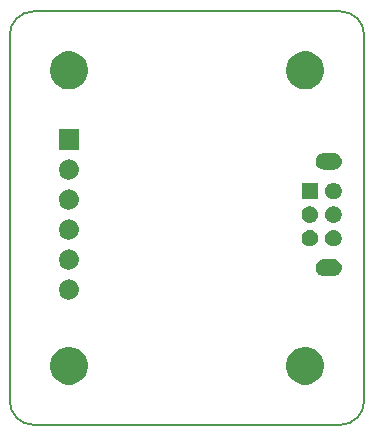
<source format=gbr>
G04 #@! TF.GenerationSoftware,KiCad,Pcbnew,5.0.2-bee76a0~70~ubuntu18.10.1*
G04 #@! TF.CreationDate,2019-01-14T00:12:33+02:00*
G04 #@! TF.ProjectId,GB-BRK-LINK-B,47422d42-524b-42d4-9c49-4e4b2d422e6b,v1.0*
G04 #@! TF.SameCoordinates,Original*
G04 #@! TF.FileFunction,Soldermask,Top*
G04 #@! TF.FilePolarity,Negative*
%FSLAX46Y46*%
G04 Gerber Fmt 4.6, Leading zero omitted, Abs format (unit mm)*
G04 Created by KiCad (PCBNEW 5.0.2-bee76a0~70~ubuntu18.10.1) date ma 14. tammikuuta 2019 00.12.33*
%MOMM*%
%LPD*%
G01*
G04 APERTURE LIST*
%ADD10C,0.150000*%
%ADD11C,0.100000*%
G04 APERTURE END LIST*
D10*
X52000000Y-85000000D02*
G75*
G02X50000000Y-83000000I0J2000000D01*
G01*
X80000000Y-83000000D02*
G75*
G02X78000000Y-85000000I-2000000J0D01*
G01*
X78000000Y-50000000D02*
G75*
G02X80000000Y-52000000I0J-2000000D01*
G01*
X50000000Y-52000000D02*
G75*
G02X52000000Y-50000000I2000000J0D01*
G01*
X52000000Y-85000000D02*
X78000000Y-85000000D01*
X80000000Y-52000000D02*
X80000000Y-83000000D01*
X52000000Y-50000000D02*
X78000000Y-50000000D01*
X50000000Y-52000000D02*
X50000000Y-83000000D01*
D11*
G36*
X75466703Y-78461487D02*
X75466705Y-78461488D01*
X75466706Y-78461488D01*
X75757884Y-78582098D01*
X76019939Y-78757197D01*
X76242803Y-78980061D01*
X76417902Y-79242116D01*
X76538512Y-79533294D01*
X76600000Y-79842416D01*
X76600000Y-80157584D01*
X76538512Y-80466706D01*
X76417902Y-80757884D01*
X76242803Y-81019939D01*
X76019939Y-81242803D01*
X75757884Y-81417902D01*
X75466706Y-81538512D01*
X75466705Y-81538512D01*
X75466703Y-81538513D01*
X75157586Y-81600000D01*
X74842414Y-81600000D01*
X74533297Y-81538513D01*
X74533295Y-81538512D01*
X74533294Y-81538512D01*
X74242116Y-81417902D01*
X73980061Y-81242803D01*
X73757197Y-81019939D01*
X73582098Y-80757884D01*
X73461488Y-80466706D01*
X73400000Y-80157584D01*
X73400000Y-79842416D01*
X73461488Y-79533294D01*
X73582098Y-79242116D01*
X73757197Y-78980061D01*
X73980061Y-78757197D01*
X74242116Y-78582098D01*
X74533294Y-78461488D01*
X74533295Y-78461488D01*
X74533297Y-78461487D01*
X74842414Y-78400000D01*
X75157586Y-78400000D01*
X75466703Y-78461487D01*
X75466703Y-78461487D01*
G37*
G36*
X55466703Y-78461487D02*
X55466705Y-78461488D01*
X55466706Y-78461488D01*
X55757884Y-78582098D01*
X56019939Y-78757197D01*
X56242803Y-78980061D01*
X56417902Y-79242116D01*
X56538512Y-79533294D01*
X56600000Y-79842416D01*
X56600000Y-80157584D01*
X56538512Y-80466706D01*
X56417902Y-80757884D01*
X56242803Y-81019939D01*
X56019939Y-81242803D01*
X55757884Y-81417902D01*
X55466706Y-81538512D01*
X55466705Y-81538512D01*
X55466703Y-81538513D01*
X55157586Y-81600000D01*
X54842414Y-81600000D01*
X54533297Y-81538513D01*
X54533295Y-81538512D01*
X54533294Y-81538512D01*
X54242116Y-81417902D01*
X53980061Y-81242803D01*
X53757197Y-81019939D01*
X53582098Y-80757884D01*
X53461488Y-80466706D01*
X53400000Y-80157584D01*
X53400000Y-79842416D01*
X53461488Y-79533294D01*
X53582098Y-79242116D01*
X53757197Y-78980061D01*
X53980061Y-78757197D01*
X54242116Y-78582098D01*
X54533294Y-78461488D01*
X54533295Y-78461488D01*
X54533297Y-78461487D01*
X54842414Y-78400000D01*
X55157586Y-78400000D01*
X55466703Y-78461487D01*
X55466703Y-78461487D01*
G37*
G36*
X55166627Y-72712299D02*
X55257088Y-72739740D01*
X55326855Y-72760903D01*
X55380712Y-72789691D01*
X55474517Y-72839830D01*
X55603948Y-72946052D01*
X55710170Y-73075483D01*
X55760309Y-73169288D01*
X55789097Y-73223145D01*
X55789097Y-73223146D01*
X55837701Y-73383373D01*
X55854113Y-73550000D01*
X55837701Y-73716627D01*
X55837700Y-73716629D01*
X55789097Y-73876855D01*
X55760309Y-73930712D01*
X55710170Y-74024517D01*
X55603948Y-74153948D01*
X55474517Y-74260170D01*
X55380712Y-74310309D01*
X55326855Y-74339097D01*
X55257088Y-74360260D01*
X55166627Y-74387701D01*
X55041757Y-74400000D01*
X54958243Y-74400000D01*
X54833373Y-74387701D01*
X54742912Y-74360260D01*
X54673145Y-74339097D01*
X54619288Y-74310309D01*
X54525483Y-74260170D01*
X54396052Y-74153948D01*
X54289830Y-74024517D01*
X54239691Y-73930712D01*
X54210903Y-73876855D01*
X54162300Y-73716629D01*
X54162299Y-73716627D01*
X54145887Y-73550000D01*
X54162299Y-73383373D01*
X54210903Y-73223146D01*
X54210903Y-73223145D01*
X54239691Y-73169288D01*
X54289830Y-73075483D01*
X54396052Y-72946052D01*
X54525483Y-72839830D01*
X54619288Y-72789691D01*
X54673145Y-72760903D01*
X54742912Y-72739740D01*
X54833373Y-72712299D01*
X54958243Y-72700000D01*
X55041757Y-72700000D01*
X55166627Y-72712299D01*
X55166627Y-72712299D01*
G37*
G36*
X77537224Y-71010128D02*
X77669175Y-71050155D01*
X77790781Y-71115155D01*
X77897370Y-71202630D01*
X77984845Y-71309219D01*
X78049845Y-71430825D01*
X78089872Y-71562776D01*
X78103387Y-71700000D01*
X78089872Y-71837224D01*
X78049845Y-71969175D01*
X77984845Y-72090781D01*
X77897370Y-72197370D01*
X77790781Y-72284845D01*
X77669175Y-72349845D01*
X77537224Y-72389872D01*
X77434390Y-72400000D01*
X76565610Y-72400000D01*
X76462776Y-72389872D01*
X76330825Y-72349845D01*
X76209219Y-72284845D01*
X76102630Y-72197370D01*
X76015155Y-72090781D01*
X75950155Y-71969175D01*
X75910128Y-71837224D01*
X75896613Y-71700000D01*
X75910128Y-71562776D01*
X75950155Y-71430825D01*
X76015155Y-71309219D01*
X76102630Y-71202630D01*
X76209219Y-71115155D01*
X76330825Y-71050155D01*
X76462776Y-71010128D01*
X76565610Y-71000000D01*
X77434390Y-71000000D01*
X77537224Y-71010128D01*
X77537224Y-71010128D01*
G37*
G36*
X55166627Y-70172299D02*
X55257088Y-70199740D01*
X55326855Y-70220903D01*
X55380712Y-70249691D01*
X55474517Y-70299830D01*
X55603948Y-70406052D01*
X55710170Y-70535483D01*
X55760309Y-70629288D01*
X55789097Y-70683145D01*
X55789097Y-70683146D01*
X55837701Y-70843373D01*
X55854113Y-71010000D01*
X55837701Y-71176627D01*
X55837700Y-71176629D01*
X55789097Y-71336855D01*
X55760309Y-71390712D01*
X55710170Y-71484517D01*
X55603948Y-71613948D01*
X55474517Y-71720170D01*
X55380712Y-71770309D01*
X55326855Y-71799097D01*
X55257088Y-71820260D01*
X55166627Y-71847701D01*
X55041757Y-71860000D01*
X54958243Y-71860000D01*
X54833373Y-71847701D01*
X54742912Y-71820260D01*
X54673145Y-71799097D01*
X54619288Y-71770309D01*
X54525483Y-71720170D01*
X54396052Y-71613948D01*
X54289830Y-71484517D01*
X54239691Y-71390712D01*
X54210903Y-71336855D01*
X54162300Y-71176629D01*
X54162299Y-71176627D01*
X54145887Y-71010000D01*
X54162299Y-70843373D01*
X54210903Y-70683146D01*
X54210903Y-70683145D01*
X54239691Y-70629288D01*
X54289830Y-70535483D01*
X54396052Y-70406052D01*
X54525483Y-70299830D01*
X54619288Y-70249691D01*
X54673145Y-70220903D01*
X54742912Y-70199740D01*
X54833373Y-70172299D01*
X54958243Y-70160000D01*
X55041757Y-70160000D01*
X55166627Y-70172299D01*
X55166627Y-70172299D01*
G37*
G36*
X77523039Y-68510760D02*
X77604185Y-68526901D01*
X77731574Y-68579668D01*
X77846224Y-68656274D01*
X77943726Y-68753776D01*
X77972510Y-68796855D01*
X78020332Y-68868426D01*
X78073099Y-68995815D01*
X78100000Y-69131058D01*
X78100000Y-69268942D01*
X78073099Y-69404185D01*
X78020332Y-69531574D01*
X77943726Y-69646224D01*
X77846224Y-69743726D01*
X77731574Y-69820332D01*
X77604185Y-69873099D01*
X77523039Y-69889240D01*
X77468944Y-69900000D01*
X77331056Y-69900000D01*
X77276961Y-69889240D01*
X77195815Y-69873099D01*
X77068426Y-69820332D01*
X76953776Y-69743726D01*
X76856274Y-69646224D01*
X76779668Y-69531574D01*
X76726901Y-69404185D01*
X76700000Y-69268942D01*
X76700000Y-69131058D01*
X76726901Y-68995815D01*
X76779668Y-68868426D01*
X76827490Y-68796855D01*
X76856274Y-68753776D01*
X76953776Y-68656274D01*
X77068426Y-68579668D01*
X77195815Y-68526901D01*
X77276961Y-68510760D01*
X77331056Y-68500000D01*
X77468944Y-68500000D01*
X77523039Y-68510760D01*
X77523039Y-68510760D01*
G37*
G36*
X75523039Y-68510760D02*
X75604185Y-68526901D01*
X75731574Y-68579668D01*
X75846224Y-68656274D01*
X75943726Y-68753776D01*
X75972510Y-68796855D01*
X76020332Y-68868426D01*
X76073099Y-68995815D01*
X76100000Y-69131058D01*
X76100000Y-69268942D01*
X76073099Y-69404185D01*
X76020332Y-69531574D01*
X75943726Y-69646224D01*
X75846224Y-69743726D01*
X75731574Y-69820332D01*
X75604185Y-69873099D01*
X75523039Y-69889240D01*
X75468944Y-69900000D01*
X75331056Y-69900000D01*
X75276961Y-69889240D01*
X75195815Y-69873099D01*
X75068426Y-69820332D01*
X74953776Y-69743726D01*
X74856274Y-69646224D01*
X74779668Y-69531574D01*
X74726901Y-69404185D01*
X74700000Y-69268942D01*
X74700000Y-69131058D01*
X74726901Y-68995815D01*
X74779668Y-68868426D01*
X74827490Y-68796855D01*
X74856274Y-68753776D01*
X74953776Y-68656274D01*
X75068426Y-68579668D01*
X75195815Y-68526901D01*
X75276961Y-68510760D01*
X75331056Y-68500000D01*
X75468944Y-68500000D01*
X75523039Y-68510760D01*
X75523039Y-68510760D01*
G37*
G36*
X55166627Y-67632299D02*
X55257088Y-67659740D01*
X55326855Y-67680903D01*
X55380712Y-67709691D01*
X55474517Y-67759830D01*
X55603948Y-67866052D01*
X55710170Y-67995483D01*
X55760309Y-68089288D01*
X55789097Y-68143145D01*
X55789097Y-68143146D01*
X55837701Y-68303373D01*
X55854113Y-68470000D01*
X55837701Y-68636627D01*
X55837700Y-68636629D01*
X55789097Y-68796855D01*
X55760309Y-68850712D01*
X55710170Y-68944517D01*
X55603948Y-69073948D01*
X55474517Y-69180170D01*
X55380712Y-69230309D01*
X55326855Y-69259097D01*
X55294393Y-69268944D01*
X55166627Y-69307701D01*
X55041757Y-69320000D01*
X54958243Y-69320000D01*
X54833373Y-69307701D01*
X54705607Y-69268944D01*
X54673145Y-69259097D01*
X54619288Y-69230309D01*
X54525483Y-69180170D01*
X54396052Y-69073948D01*
X54289830Y-68944517D01*
X54239691Y-68850712D01*
X54210903Y-68796855D01*
X54162300Y-68636629D01*
X54162299Y-68636627D01*
X54145887Y-68470000D01*
X54162299Y-68303373D01*
X54210903Y-68143146D01*
X54210903Y-68143145D01*
X54239691Y-68089288D01*
X54289830Y-67995483D01*
X54396052Y-67866052D01*
X54525483Y-67759830D01*
X54619288Y-67709691D01*
X54673145Y-67680903D01*
X54742912Y-67659740D01*
X54833373Y-67632299D01*
X54958243Y-67620000D01*
X55041757Y-67620000D01*
X55166627Y-67632299D01*
X55166627Y-67632299D01*
G37*
G36*
X75523039Y-66510760D02*
X75604185Y-66526901D01*
X75731574Y-66579668D01*
X75846224Y-66656274D01*
X75943726Y-66753776D01*
X75953030Y-66767701D01*
X76020332Y-66868426D01*
X76073099Y-66995815D01*
X76100000Y-67131058D01*
X76100000Y-67268942D01*
X76073099Y-67404185D01*
X76020332Y-67531574D01*
X75943726Y-67646224D01*
X75846224Y-67743726D01*
X75822122Y-67759830D01*
X75731574Y-67820332D01*
X75604185Y-67873099D01*
X75523039Y-67889240D01*
X75468944Y-67900000D01*
X75331056Y-67900000D01*
X75276961Y-67889240D01*
X75195815Y-67873099D01*
X75068426Y-67820332D01*
X74977878Y-67759830D01*
X74953776Y-67743726D01*
X74856274Y-67646224D01*
X74779668Y-67531574D01*
X74726901Y-67404185D01*
X74700000Y-67268942D01*
X74700000Y-67131058D01*
X74726901Y-66995815D01*
X74779668Y-66868426D01*
X74846970Y-66767701D01*
X74856274Y-66753776D01*
X74953776Y-66656274D01*
X75068426Y-66579668D01*
X75195815Y-66526901D01*
X75276961Y-66510760D01*
X75331056Y-66500000D01*
X75468944Y-66500000D01*
X75523039Y-66510760D01*
X75523039Y-66510760D01*
G37*
G36*
X77523039Y-66510760D02*
X77604185Y-66526901D01*
X77731574Y-66579668D01*
X77846224Y-66656274D01*
X77943726Y-66753776D01*
X77953030Y-66767701D01*
X78020332Y-66868426D01*
X78073099Y-66995815D01*
X78100000Y-67131058D01*
X78100000Y-67268942D01*
X78073099Y-67404185D01*
X78020332Y-67531574D01*
X77943726Y-67646224D01*
X77846224Y-67743726D01*
X77822122Y-67759830D01*
X77731574Y-67820332D01*
X77604185Y-67873099D01*
X77523039Y-67889240D01*
X77468944Y-67900000D01*
X77331056Y-67900000D01*
X77276961Y-67889240D01*
X77195815Y-67873099D01*
X77068426Y-67820332D01*
X76977878Y-67759830D01*
X76953776Y-67743726D01*
X76856274Y-67646224D01*
X76779668Y-67531574D01*
X76726901Y-67404185D01*
X76700000Y-67268942D01*
X76700000Y-67131058D01*
X76726901Y-66995815D01*
X76779668Y-66868426D01*
X76846970Y-66767701D01*
X76856274Y-66753776D01*
X76953776Y-66656274D01*
X77068426Y-66579668D01*
X77195815Y-66526901D01*
X77276961Y-66510760D01*
X77331056Y-66500000D01*
X77468944Y-66500000D01*
X77523039Y-66510760D01*
X77523039Y-66510760D01*
G37*
G36*
X55166627Y-65092299D02*
X55257088Y-65119740D01*
X55326855Y-65140903D01*
X55380712Y-65169691D01*
X55474517Y-65219830D01*
X55603948Y-65326052D01*
X55710170Y-65455483D01*
X55750841Y-65531574D01*
X55789097Y-65603145D01*
X55810260Y-65672912D01*
X55837701Y-65763373D01*
X55854113Y-65930000D01*
X55837701Y-66096627D01*
X55837700Y-66096629D01*
X55789097Y-66256855D01*
X55760309Y-66310712D01*
X55710170Y-66404517D01*
X55603948Y-66533948D01*
X55474517Y-66640170D01*
X55380712Y-66690309D01*
X55326855Y-66719097D01*
X55257088Y-66740260D01*
X55166627Y-66767701D01*
X55041757Y-66780000D01*
X54958243Y-66780000D01*
X54833373Y-66767701D01*
X54742912Y-66740260D01*
X54673145Y-66719097D01*
X54619288Y-66690309D01*
X54525483Y-66640170D01*
X54396052Y-66533948D01*
X54289830Y-66404517D01*
X54239691Y-66310712D01*
X54210903Y-66256855D01*
X54162300Y-66096629D01*
X54162299Y-66096627D01*
X54145887Y-65930000D01*
X54162299Y-65763373D01*
X54189740Y-65672912D01*
X54210903Y-65603145D01*
X54249159Y-65531574D01*
X54289830Y-65455483D01*
X54396052Y-65326052D01*
X54525483Y-65219830D01*
X54619288Y-65169691D01*
X54673145Y-65140903D01*
X54742912Y-65119740D01*
X54833373Y-65092299D01*
X54958243Y-65080000D01*
X55041757Y-65080000D01*
X55166627Y-65092299D01*
X55166627Y-65092299D01*
G37*
G36*
X76100000Y-65900000D02*
X74700000Y-65900000D01*
X74700000Y-64500000D01*
X76100000Y-64500000D01*
X76100000Y-65900000D01*
X76100000Y-65900000D01*
G37*
G36*
X77523039Y-64510760D02*
X77604185Y-64526901D01*
X77731574Y-64579668D01*
X77846224Y-64656274D01*
X77943726Y-64753776D01*
X77943727Y-64753778D01*
X78020332Y-64868426D01*
X78073099Y-64995815D01*
X78100000Y-65131058D01*
X78100000Y-65268942D01*
X78073099Y-65404185D01*
X78051850Y-65455483D01*
X78020332Y-65531574D01*
X77943726Y-65646224D01*
X77846224Y-65743726D01*
X77816823Y-65763371D01*
X77731574Y-65820332D01*
X77604185Y-65873099D01*
X77523039Y-65889240D01*
X77468944Y-65900000D01*
X77331056Y-65900000D01*
X77276961Y-65889240D01*
X77195815Y-65873099D01*
X77068426Y-65820332D01*
X76983177Y-65763371D01*
X76953776Y-65743726D01*
X76856274Y-65646224D01*
X76779668Y-65531574D01*
X76748150Y-65455483D01*
X76726901Y-65404185D01*
X76700000Y-65268942D01*
X76700000Y-65131058D01*
X76726901Y-64995815D01*
X76779668Y-64868426D01*
X76856273Y-64753778D01*
X76856274Y-64753776D01*
X76953776Y-64656274D01*
X77068426Y-64579668D01*
X77195815Y-64526901D01*
X77276961Y-64510760D01*
X77331056Y-64500000D01*
X77468944Y-64500000D01*
X77523039Y-64510760D01*
X77523039Y-64510760D01*
G37*
G36*
X55166627Y-62552299D02*
X55257088Y-62579740D01*
X55326855Y-62600903D01*
X55380712Y-62629691D01*
X55474517Y-62679830D01*
X55603948Y-62786052D01*
X55710170Y-62915483D01*
X55760309Y-63009288D01*
X55789097Y-63063145D01*
X55789097Y-63063146D01*
X55837701Y-63223373D01*
X55854113Y-63390000D01*
X55837701Y-63556627D01*
X55837700Y-63556629D01*
X55789097Y-63716855D01*
X55760309Y-63770712D01*
X55710170Y-63864517D01*
X55603948Y-63993948D01*
X55474517Y-64100170D01*
X55380712Y-64150309D01*
X55326855Y-64179097D01*
X55257088Y-64200260D01*
X55166627Y-64227701D01*
X55041757Y-64240000D01*
X54958243Y-64240000D01*
X54833373Y-64227701D01*
X54742912Y-64200260D01*
X54673145Y-64179097D01*
X54619288Y-64150309D01*
X54525483Y-64100170D01*
X54396052Y-63993948D01*
X54289830Y-63864517D01*
X54239691Y-63770712D01*
X54210903Y-63716855D01*
X54162300Y-63556629D01*
X54162299Y-63556627D01*
X54145887Y-63390000D01*
X54162299Y-63223373D01*
X54210903Y-63063146D01*
X54210903Y-63063145D01*
X54239691Y-63009288D01*
X54289830Y-62915483D01*
X54396052Y-62786052D01*
X54525483Y-62679830D01*
X54619288Y-62629691D01*
X54673145Y-62600903D01*
X54742912Y-62579740D01*
X54833373Y-62552299D01*
X54958243Y-62540000D01*
X55041757Y-62540000D01*
X55166627Y-62552299D01*
X55166627Y-62552299D01*
G37*
G36*
X77537224Y-62010128D02*
X77669175Y-62050155D01*
X77790781Y-62115155D01*
X77897370Y-62202630D01*
X77984845Y-62309219D01*
X78049845Y-62430825D01*
X78089872Y-62562776D01*
X78103387Y-62700000D01*
X78089872Y-62837224D01*
X78049845Y-62969175D01*
X77984845Y-63090781D01*
X77897370Y-63197370D01*
X77790781Y-63284845D01*
X77669175Y-63349845D01*
X77537224Y-63389872D01*
X77434390Y-63400000D01*
X76565610Y-63400000D01*
X76462776Y-63389872D01*
X76330825Y-63349845D01*
X76209219Y-63284845D01*
X76102630Y-63197370D01*
X76015155Y-63090781D01*
X75950155Y-62969175D01*
X75910128Y-62837224D01*
X75896613Y-62700000D01*
X75910128Y-62562776D01*
X75950155Y-62430825D01*
X76015155Y-62309219D01*
X76102630Y-62202630D01*
X76209219Y-62115155D01*
X76330825Y-62050155D01*
X76462776Y-62010128D01*
X76565610Y-62000000D01*
X77434390Y-62000000D01*
X77537224Y-62010128D01*
X77537224Y-62010128D01*
G37*
G36*
X55850000Y-61700000D02*
X54150000Y-61700000D01*
X54150000Y-60000000D01*
X55850000Y-60000000D01*
X55850000Y-61700000D01*
X55850000Y-61700000D01*
G37*
G36*
X55466703Y-53461487D02*
X55466705Y-53461488D01*
X55466706Y-53461488D01*
X55757884Y-53582098D01*
X56019939Y-53757197D01*
X56242803Y-53980061D01*
X56417902Y-54242116D01*
X56538512Y-54533294D01*
X56600000Y-54842416D01*
X56600000Y-55157584D01*
X56538512Y-55466706D01*
X56417902Y-55757884D01*
X56242803Y-56019939D01*
X56019939Y-56242803D01*
X55757884Y-56417902D01*
X55466706Y-56538512D01*
X55466705Y-56538512D01*
X55466703Y-56538513D01*
X55157586Y-56600000D01*
X54842414Y-56600000D01*
X54533297Y-56538513D01*
X54533295Y-56538512D01*
X54533294Y-56538512D01*
X54242116Y-56417902D01*
X53980061Y-56242803D01*
X53757197Y-56019939D01*
X53582098Y-55757884D01*
X53461488Y-55466706D01*
X53400000Y-55157584D01*
X53400000Y-54842416D01*
X53461488Y-54533294D01*
X53582098Y-54242116D01*
X53757197Y-53980061D01*
X53980061Y-53757197D01*
X54242116Y-53582098D01*
X54533294Y-53461488D01*
X54533295Y-53461488D01*
X54533297Y-53461487D01*
X54842414Y-53400000D01*
X55157586Y-53400000D01*
X55466703Y-53461487D01*
X55466703Y-53461487D01*
G37*
G36*
X75466703Y-53461487D02*
X75466705Y-53461488D01*
X75466706Y-53461488D01*
X75757884Y-53582098D01*
X76019939Y-53757197D01*
X76242803Y-53980061D01*
X76417902Y-54242116D01*
X76538512Y-54533294D01*
X76600000Y-54842416D01*
X76600000Y-55157584D01*
X76538512Y-55466706D01*
X76417902Y-55757884D01*
X76242803Y-56019939D01*
X76019939Y-56242803D01*
X75757884Y-56417902D01*
X75466706Y-56538512D01*
X75466705Y-56538512D01*
X75466703Y-56538513D01*
X75157586Y-56600000D01*
X74842414Y-56600000D01*
X74533297Y-56538513D01*
X74533295Y-56538512D01*
X74533294Y-56538512D01*
X74242116Y-56417902D01*
X73980061Y-56242803D01*
X73757197Y-56019939D01*
X73582098Y-55757884D01*
X73461488Y-55466706D01*
X73400000Y-55157584D01*
X73400000Y-54842416D01*
X73461488Y-54533294D01*
X73582098Y-54242116D01*
X73757197Y-53980061D01*
X73980061Y-53757197D01*
X74242116Y-53582098D01*
X74533294Y-53461488D01*
X74533295Y-53461488D01*
X74533297Y-53461487D01*
X74842414Y-53400000D01*
X75157586Y-53400000D01*
X75466703Y-53461487D01*
X75466703Y-53461487D01*
G37*
M02*

</source>
